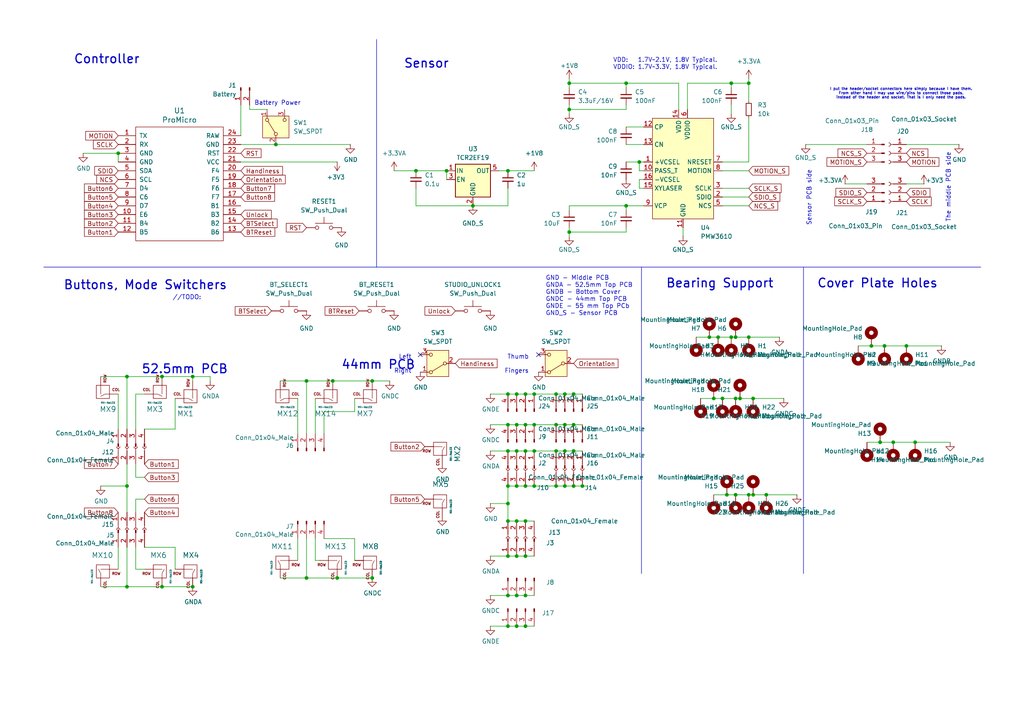
<source format=kicad_sch>
(kicad_sch (version 20250114) (generator "eeschema") (generator_version "9.0")
  (paper "A4")
  (text "//TODO:\n" (at 50.038 86.36 0) (effects (font (size 1.27 1.27)) (justify left)))
  (text "VDD:   1.7V~2.1V, 1.8V Typical.\nVDDIO: 1.7V~3.3V, 1.8V Typical." (at 177.8 20.32 0) (effects (font (size 1.27 1.27)) (justify left bottom)))
  (text "Battery Power" (at 80.518 29.972 0) (effects (font (size 1.27 1.27))))
  (text "I put the header/socket connectors here simply because I have them.\nFrom other hand I may use wire/pins to connect those pads,\ninstead of the header and socket. That is I only need the pads." (at 261.366 27.178 0) (effects (font (size 0.762 0.762))))
  (text "Cover Plate Holes" (at 254.508 82.296 0) (effects (font (size 2.54 2.54) (thickness 0.3556) (bold yes))))
  (text "GND - Middle PCB \nGNDA - 52.5mm Top PCB\nGNDB - Bottom Cover\nGNDC - 44mm Top PCB\nGNDE - 55 mm Top PCb\nGND_S - Sensor PCB" (at 158.242 85.852 0) (effects (font (size 1.27 1.27)) (justify left)))
  (text "The middle PCB side" (at 275.082 54.356 90) (effects (font (size 1.27 1.27))))
  (text "Sensor PCB side" (at 234.696 57.404 90) (effects (font (size 1.27 1.27))))
  (text "44mm PCB" (at 109.728 105.918 0) (effects (font (size 2.54 2.54) (thickness 0.3556) (bold yes))))
  (text "Thumb\n\nFingers" (at 153.416 105.664 0) (effects (font (size 1.27 1.27)) (justify right)))
  (text "52.5mm PCB" (at 53.594 107.188 0) (effects (font (size 2.54 2.54) (thickness 0.3556) (bold yes))))
  (text "Buttons, Mode Switchers" (at 42.164 82.804 0) (effects (font (size 2.54 2.54) (thickness 0.3556) (bold yes))))
  (text "Controller" (at 30.988 17.272 0) (effects (font (size 2.54 2.54) (thickness 0.3556) (bold yes))))
  (text "Bearing Support" (at 208.788 82.296 0) (effects (font (size 2.54 2.54) (thickness 0.3556) (bold yes))))
  (text "55mm PCB" (at -17.526 107.188 0) (effects (font (size 2.54 2.54) (thickness 0.3556) (bold yes))))
  (text "Sensor" (at 123.698 18.542 0) (effects (font (size 2.54 2.54) (thickness 0.3556) (bold yes))))
  (text "Left\n\nRight" (at 119.38 105.664 0) (effects (font (size 1.27 1.27)) (justify right)))
  (junction (at 165.1 24.13))
  (junction (at 97.79 167.64))
  (junction (at 129.54 49.53))
  (junction (at 217.17 24.13))
  (junction (at 147.32 151.13))
  (junction (at 147.32 172.72))
  (junction (at 149.86 123.19))
  (junction (at 152.4 151.13))
  (junction (at 218.44 143.51))
  (junction (at 149.86 140.97))
  (junction (at 154.94 114.3))
  (junction (at 168.91 140.97))
  (junction (at 208.28 97.79))
  (junction (at 217.17 143.51))
  (junction (at 152.4 161.29))
  (junction (at 213.36 97.79))
  (junction (at 152.4 172.72))
  (junction (at 161.29 123.19))
  (junction (at 218.44 115.57))
  (junction (at 96.52 110.49))
  (junction (at 107.95 167.64))
  (junction (at 88.9 167.64))
  (junction (at 163.83 123.19))
  (junction (at 36.83 109.22))
  (junction (at 137.16 59.69))
  (junction (at 154.94 123.19))
  (junction (at 163.83 114.3))
  (junction (at 154.94 130.81))
  (junction (at 149.86 130.81))
  (junction (at 165.1 31.75))
  (junction (at 252.73 100.33))
  (junction (at 152.4 114.3))
  (junction (at 185.42 46.99))
  (junction (at 262.89 100.33))
  (junction (at 147.32 161.29))
  (junction (at -34.29 170.18))
  (junction (at 149.86 114.3))
  (junction (at -15.24 170.18))
  (junction (at 152.4 181.61))
  (junction (at 207.01 115.57))
  (junction (at 161.29 130.81))
  (junction (at 149.86 172.72))
  (junction (at 161.29 140.97))
  (junction (at 212.09 97.79))
  (junction (at 147.32 181.61))
  (junction (at 217.17 97.79))
  (junction (at 163.83 140.97))
  (junction (at 222.25 143.51))
  (junction (at 149.86 151.13))
  (junction (at 255.27 128.27))
  (junction (at 154.94 140.97))
  (junction (at 259.08 128.27))
  (junction (at 147.32 140.97))
  (junction (at 161.29 114.3))
  (junction (at 107.95 110.49))
  (junction (at 147.32 114.3))
  (junction (at 80.01 41.91))
  (junction (at 165.1 67.31))
  (junction (at 152.4 130.81))
  (junction (at 166.37 130.81))
  (junction (at 166.37 114.3))
  (junction (at -34.29 109.22))
  (junction (at -24.13 170.18))
  (junction (at 166.37 123.19))
  (junction (at 152.4 123.19))
  (junction (at 55.88 109.22))
  (junction (at 152.4 140.97))
  (junction (at 210.82 143.51))
  (junction (at 256.54 100.33))
  (junction (at 212.09 24.13))
  (junction (at 36.83 140.97))
  (junction (at 181.61 24.13))
  (junction (at 46.99 170.18))
  (junction (at -15.24 109.22))
  (junction (at 147.32 130.81))
  (junction (at 205.74 97.79))
  (junction (at 163.83 130.81))
  (junction (at 149.86 181.61))
  (junction (at 120.65 49.53))
  (junction (at 147.32 123.19))
  (junction (at 46.99 109.22))
  (junction (at 213.36 115.57))
  (junction (at 181.61 59.69))
  (junction (at 34.29 44.45))
  (junction (at 265.43 128.27))
  (junction (at 88.9 110.49))
  (junction (at 213.36 143.51))
  (junction (at 55.88 170.18))
  (junction (at -24.13 109.22))
  (junction (at 147.32 146.05))
  (junction (at 36.83 170.18))
  (junction (at 166.37 140.97))
  (junction (at 147.32 49.53))
  (junction (at 209.55 115.57))
  (junction (at 214.63 115.57))
  (junction (at 149.86 161.29))
  (no_connect (at 156.21 102.87))
  (no_connect (at 121.92 102.87))
  (wire (pts (xy 36.83 170.18) (xy 46.99 170.18)))
  (wire (pts (xy 165.1 31.75) (xy 181.61 31.75)))
  (wire (pts (xy -31.75 114.3) (xy -31.75 124.46)))
  (wire (pts (xy 144.78 49.53) (xy 147.32 49.53)))
  (wire (pts (xy -41.91 109.22) (xy -34.29 109.22)))
  (wire (pts (xy 181.61 60.96) (xy 181.61 59.69)))
  (wire (pts (xy 36.83 140.97) (xy 36.83 148.59)))
  (wire (pts (xy 81.28 110.49) (xy 88.9 110.49)))
  (wire (pts (xy 205.74 97.79) (xy 208.28 97.79)))
  (wire (pts (xy 137.16 59.69) (xy 147.32 59.69)))
  (wire (pts (xy 69.85 46.99) (xy 97.79 46.99)))
  (wire (pts (xy 41.91 165.1) (xy 39.37 165.1)))
  (wire (pts (xy 29.21 109.22) (xy 36.83 109.22)))
  (wire (pts (xy 161.29 123.19) (xy 163.83 123.19)))
  (wire (pts (xy 181.61 59.69) (xy 186.69 59.69)))
  (wire (pts (xy 149.86 181.61) (xy 152.4 181.61)))
  (wire (pts (xy 142.24 146.05) (xy 147.32 146.05)))
  (wire (pts (xy 181.61 41.91) (xy 186.69 41.91)))
  (wire (pts (xy 142.24 161.29) (xy 147.32 161.29)))
  (wire (pts (xy 34.29 114.3) (xy 34.29 124.46)))
  (wire (pts (xy 120.65 54.61) (xy 120.65 59.69)))
  (wire (pts (xy 41.91 144.78) (xy 39.37 144.78)))
  (wire (pts (xy -34.29 158.75) (xy -34.29 170.18)))
  (wire (pts (xy 166.37 123.19) (xy 168.91 123.19)))
  (wire (pts (xy 97.79 167.64) (xy 107.95 167.64)))
  (wire (pts (xy 41.91 114.3) (xy 39.37 114.3)))
  (wire (pts (xy 212.09 97.79) (xy 213.36 97.79)))
  (wire (pts (xy 222.25 143.51) (xy 231.14 143.51)))
  (polyline (pts (xy 233.045 77.47) (xy 233.045 166.37)))
  (wire (pts (xy 147.32 59.69) (xy 147.32 54.61)))
  (wire (pts (xy 102.87 115.57) (xy 102.87 119.38)))
  (wire (pts (xy 181.61 67.31) (xy 181.61 66.04)))
  (wire (pts (xy 152.4 114.3) (xy 154.94 114.3)))
  (wire (pts (xy 181.61 46.99) (xy 185.42 46.99)))
  (wire (pts (xy 41.91 138.43) (xy 39.37 138.43)))
  (wire (pts (xy 218.44 115.57) (xy 227.33 115.57)))
  (wire (pts (xy -34.29 170.18) (xy -24.13 170.18)))
  (wire (pts (xy 210.82 143.51) (xy 213.36 143.51)))
  (wire (pts (xy 165.1 24.13) (xy 165.1 25.4)))
  (wire (pts (xy 101.6 41.91) (xy 80.01 41.91)))
  (wire (pts (xy 161.29 130.81) (xy 163.83 130.81)))
  (polyline (pts (xy 186.055 77.47) (xy 186.055 166.37)))
  (wire (pts (xy 88.9 156.21) (xy 88.9 167.64)))
  (wire (pts (xy 165.1 33.02) (xy 165.1 31.75)))
  (wire (pts (xy -29.21 165.1) (xy -31.75 165.1)))
  (wire (pts (xy 181.61 24.13) (xy 181.61 25.4)))
  (wire (pts (xy 60.96 109.22) (xy 60.96 110.49)))
  (wire (pts (xy -20.32 124.46) (xy -20.32 115.57)))
  (wire (pts (xy 86.36 115.57) (xy 86.36 125.73)))
  (wire (pts (xy 245.11 53.34) (xy 251.46 53.34)))
  (wire (pts (xy 149.86 140.97) (xy 152.4 140.97)))
  (wire (pts (xy 166.37 114.3) (xy 168.91 114.3)))
  (wire (pts (xy 185.42 49.53) (xy 185.42 46.99)))
  (wire (pts (xy -20.32 158.75) (xy -29.21 158.75)))
  (wire (pts (xy 142.24 114.3) (xy 147.32 114.3)))
  (wire (pts (xy 163.83 130.81) (xy 166.37 130.81)))
  (wire (pts (xy 152.4 140.97) (xy 154.94 140.97)))
  (wire (pts (xy 217.17 24.13) (xy 217.17 29.21)))
  (wire (pts (xy 46.99 170.18) (xy 55.88 170.18)))
  (wire (pts (xy 147.32 172.72) (xy 149.86 172.72)))
  (wire (pts (xy 88.9 110.49) (xy 88.9 125.73)))
  (wire (pts (xy 166.37 140.97) (xy 168.91 140.97)))
  (wire (pts (xy 147.32 49.53) (xy 154.94 49.53)))
  (wire (pts (xy 96.52 110.49) (xy 107.95 110.49)))
  (wire (pts (xy -20.32 124.46) (xy -29.21 124.46)))
  (wire (pts (xy 185.42 46.99) (xy 186.69 46.99)))
  (wire (pts (xy 248.92 100.33) (xy 252.73 100.33)))
  (wire (pts (xy -41.91 170.18) (xy -34.29 170.18)))
  (wire (pts (xy 152.4 181.61) (xy 154.94 181.61)))
  (wire (pts (xy 34.29 158.75) (xy 34.29 165.1)))
  (wire (pts (xy 217.17 22.86) (xy 217.17 24.13)))
  (wire (pts (xy 186.69 54.61) (xy 185.42 54.61)))
  (wire (pts (xy 39.37 144.78) (xy 39.37 148.59)))
  (wire (pts (xy 91.44 156.21) (xy 91.44 162.56)))
  (wire (pts (xy 199.39 24.13) (xy 212.09 24.13)))
  (wire (pts (xy 102.87 156.21) (xy 93.98 156.21)))
  (wire (pts (xy 262.89 100.33) (xy 273.05 100.33)))
  (wire (pts (xy 50.8 124.46) (xy 50.8 115.57)))
  (wire (pts (xy 55.88 109.22) (xy 55.88 110.49)))
  (wire (pts (xy 36.83 109.22) (xy 46.99 109.22)))
  (wire (pts (xy 50.8 124.46) (xy 41.91 124.46)))
  (wire (pts (xy 69.85 41.91) (xy 80.01 41.91)))
  (wire (pts (xy 81.28 167.64) (xy 88.9 167.64)))
  (wire (pts (xy -29.21 114.3) (xy -31.75 114.3)))
  (wire (pts (xy 24.13 44.45) (xy 34.29 44.45)))
  (wire (pts (xy 262.89 41.91) (xy 278.13 41.91)))
  (wire (pts (xy -15.24 109.22) (xy -15.24 110.49)))
  (wire (pts (xy 91.44 162.56) (xy 92.71 162.56)))
  (wire (pts (xy 154.94 140.97) (xy 161.29 140.97)))
  (wire (pts (xy 129.54 49.53) (xy 129.54 52.07)))
  (wire (pts (xy 185.42 54.61) (xy 185.42 52.07)))
  (wire (pts (xy 166.37 130.81) (xy 168.91 130.81)))
  (wire (pts (xy 86.36 156.21) (xy 86.36 162.56)))
  (wire (pts (xy 46.99 109.22) (xy 55.88 109.22)))
  (wire (pts (xy 165.1 67.31) (xy 181.61 67.31)))
  (wire (pts (xy 77.47 31.75) (xy 72.39 31.75)))
  (wire (pts (xy 262.89 53.34) (xy 267.97 53.34)))
  (wire (pts (xy 217.17 57.15) (xy 209.55 57.15)))
  (wire (pts (xy 147.32 140.97) (xy 149.86 140.97)))
  (wire (pts (xy 149.86 130.81) (xy 152.4 130.81)))
  (wire (pts (xy 142.24 172.72) (xy 147.32 172.72)))
  (wire (pts (xy -34.29 109.22) (xy -24.13 109.22)))
  (wire (pts (xy 209.55 49.53) (xy 217.17 49.53)))
  (wire (pts (xy 149.86 151.13) (xy 152.4 151.13)))
  (wire (pts (xy 149.86 172.72) (xy 152.4 172.72)))
  (wire (pts (xy 50.8 158.75) (xy 41.91 158.75)))
  (wire (pts (xy 152.4 151.13) (xy 154.94 151.13)))
  (wire (pts (xy 217.17 54.61) (xy 209.55 54.61)))
  (wire (pts (xy 212.09 30.48) (xy 212.09 33.02)))
  (wire (pts (xy 163.83 114.3) (xy 166.37 114.3)))
  (wire (pts (xy 185.42 52.07) (xy 186.69 52.07)))
  (wire (pts (xy 142.24 123.19) (xy 147.32 123.19)))
  (wire (pts (xy -24.13 170.18) (xy -15.24 170.18)))
  (wire (pts (xy 147.32 130.81) (xy 149.86 130.81)))
  (wire (pts (xy 72.39 31.75) (xy 72.39 30.48)))
  (wire (pts (xy 217.17 46.99) (xy 217.17 34.29)))
  (wire (pts (xy 196.85 24.13) (xy 196.85 31.75)))
  (wire (pts (xy 186.69 49.53) (xy 185.42 49.53)))
  (wire (pts (xy 149.86 114.3) (xy 152.4 114.3)))
  (wire (pts (xy 152.4 172.72) (xy 154.94 172.72)))
  (wire (pts (xy 147.32 161.29) (xy 149.86 161.29)))
  (wire (pts (xy -36.83 158.75) (xy -36.83 165.1)))
  (wire (pts (xy 218.44 143.51) (xy 222.25 143.51)))
  (wire (pts (xy 165.1 67.31) (xy 165.1 66.04)))
  (wire (pts (xy 88.9 110.49) (xy 96.52 110.49)))
  (wire (pts (xy 161.29 140.97) (xy 163.83 140.97)))
  (wire (pts (xy 198.12 68.58) (xy 198.12 66.04)))
  (wire (pts (xy 213.36 143.51) (xy 217.17 143.51)))
  (wire (pts (xy 34.29 46.99) (xy 34.29 44.45)))
  (wire (pts (xy -10.16 109.22) (xy -10.16 110.49)))
  (wire (pts (xy 152.4 123.19) (xy 154.94 123.19)))
  (wire (pts (xy 142.24 130.81) (xy 147.32 130.81)))
  (wire (pts (xy 147.32 140.97) (xy 147.32 146.05)))
  (wire (pts (xy -24.13 109.22) (xy -15.24 109.22)))
  (wire (pts (xy 149.86 123.19) (xy 152.4 123.19)))
  (wire (pts (xy 102.87 156.21) (xy 102.87 162.56)))
  (wire (pts (xy 50.8 158.75) (xy 50.8 165.1)))
  (wire (pts (xy 212.09 24.13) (xy 217.17 24.13)))
  (wire (pts (xy 36.83 158.75) (xy 36.83 170.18)))
  (wire (pts (xy 165.1 22.86) (xy 165.1 24.13)))
  (wire (pts (xy 120.65 59.69) (xy 137.16 59.69)))
  (wire (pts (xy 203.2 115.57) (xy 207.01 115.57)))
  (wire (pts (xy 209.55 46.99) (xy 217.17 46.99)))
  (wire (pts (xy 107.95 110.49) (xy 113.03 110.49)))
  (wire (pts (xy 165.1 24.13) (xy 181.61 24.13)))
  (wire (pts (xy 39.37 138.43) (xy 39.37 134.62)))
  (wire (pts (xy 252.73 100.33) (xy 256.54 100.33)))
  (wire (pts (xy 55.88 109.22) (xy 60.96 109.22)))
  (wire (pts (xy 201.93 97.79) (xy 205.74 97.79)))
  (wire (pts (xy 91.44 115.57) (xy 91.44 125.73)))
  (wire (pts (xy -15.24 109.22) (xy -10.16 109.22)))
  (wire (pts (xy 102.87 119.38) (xy 93.98 119.38)))
  (wire (pts (xy 255.27 128.27) (xy 259.08 128.27)))
  (wire (pts (xy 152.4 130.81) (xy 154.94 130.81)))
  (wire (pts (xy 209.55 115.57) (xy 213.36 115.57)))
  (wire (pts (xy -34.29 124.46) (xy -34.29 109.22)))
  (wire (pts (xy 212.09 24.13) (xy 212.09 25.4)))
  (wire (pts (xy 259.08 128.27) (xy 265.43 128.27)))
  (wire (pts (xy 214.63 115.57) (xy 218.44 115.57)))
  (wire (pts (xy 114.3 49.53) (xy 120.65 49.53)))
  (wire (pts (xy -36.83 114.3) (xy -36.83 124.46)))
  (wire (pts (xy 217.17 59.69) (xy 209.55 59.69)))
  (wire (pts (xy 213.36 115.57) (xy 214.63 115.57)))
  (wire (pts (xy 181.61 36.83) (xy 186.69 36.83)))
  (wire (pts (xy 217.17 143.51) (xy 218.44 143.51)))
  (wire (pts (xy 36.83 124.46) (xy 36.83 109.22)))
  (wire (pts (xy 207.01 143.51) (xy 210.82 143.51)))
  (wire (pts (xy 217.17 97.79) (xy 226.06 97.79)))
  (wire (pts (xy 165.1 68.58) (xy 165.1 67.31)))
  (wire (pts (xy 207.01 115.57) (xy 209.55 115.57)))
  (wire (pts (xy -31.75 165.1) (xy -31.75 158.75)))
  (wire (pts (xy 256.54 100.33) (xy 262.89 100.33)))
  (wire (pts (xy 168.91 140.97) (xy 170.18 140.97)))
  (wire (pts (xy 36.83 134.62) (xy 36.83 140.97)))
  (wire (pts (xy 88.9 167.64) (xy 97.79 167.64)))
  (wire (pts (xy 154.94 130.81) (xy 161.29 130.81)))
  (wire (pts (xy 147.32 114.3) (xy 149.86 114.3)))
  (wire (pts (xy 154.94 123.19) (xy 161.29 123.19)))
  (wire (pts (xy 147.32 146.05) (xy 147.32 151.13)))
  (polyline (pts (xy 12.7 77.47) (xy 284.48 77.47)))
  (wire (pts (xy 165.1 60.96) (xy 165.1 59.69)))
  (wire (pts (xy 208.28 97.79) (xy 212.09 97.79)))
  (wire (pts (xy 149.86 161.29) (xy 152.4 161.29)))
  (wire (pts (xy 69.85 30.48) (xy 69.85 39.37)))
  (wire (pts (xy 233.68 41.91) (xy 251.46 41.91)))
  (wire (pts (xy 161.29 114.3) (xy 163.83 114.3)))
  (wire (pts (xy 142.24 181.61) (xy 147.32 181.61)))
  (wire (pts (xy 213.36 97.79) (xy 217.17 97.79)))
  (wire (pts (xy 29.21 140.97) (xy 36.83 140.97)))
  (wire (pts (xy 93.98 119.38) (xy 93.98 125.73)))
  (wire (pts (xy 152.4 161.29) (xy 154.94 161.29)))
  (wire (pts (xy 147.32 151.13) (xy 149.86 151.13)))
  (wire (pts (xy 251.46 128.27) (xy 255.27 128.27)))
  (wire (pts (xy 120.65 49.53) (xy 129.54 49.53)))
  (wire (pts (xy 181.61 31.75) (xy 181.61 30.48)))
  (wire (pts (xy 29.21 170.18) (xy 36.83 170.18)))
  (wire (pts (xy 147.32 181.61) (xy 149.86 181.61)))
  (polyline (pts (xy 109.22 11.43) (xy 109.22 77.47)))
  (wire (pts (xy 39.37 165.1) (xy 39.37 158.75)))
  (wire (pts (xy 147.32 123.19) (xy 149.86 123.19)))
  (wire (pts (xy 181.61 24.13) (xy 196.85 24.13)))
  (wire (pts (xy 165.1 59.69) (xy 181.61 59.69)))
  (wire (pts (xy 265.43 128.27) (xy 275.59 128.27)))
  (wire (pts (xy 163.83 140.97) (xy 166.37 140.97)))
  (wire (pts (xy 154.94 114.3) (xy 161.29 114.3)))
  (wire (pts (xy -20.32 158.75) (xy -20.32 165.1)))
  (wire (pts (xy 39.37 114.3) (xy 39.37 124.46)))
  (wire (pts (xy 199.39 24.13) (xy 199.39 31.75)))
  (wire (pts (xy 165.1 31.75) (xy 165.1 30.48)))
  (wire (pts (xy 163.83 123.19) (xy 166.37 123.19)))
  (global_label "Button7" (shape input) (at 34.29 134.62 180) (property "Intersheetrefs" "${INTERSHEET_REFS}" (effects (hide yes))))
  (global_label "Button7" (shape input) (at 69.85 54.61 0) (property "Intersheetrefs" "${INTERSHEET_REFS}" (effects (hide yes))))
  (global_label "BTReset" (shape input) (at 104.14 90.17 180) (property "Intersheetrefs" "${INTERSHEET_REFS}" (effects (hide yes))))
  (global_label "BTSelect" (shape input) (at 78.74 90.17 180) (property "Intersheetrefs" "${INTERSHEET_REFS}" (effects (hide yes))))
  (global_label "MOTION" (shape input) (at 262.89 46.99 0) (property "Intersheetrefs" "${INTERSHEET_REFS}" (effects (hide yes))))
  (global_label "Button1" (shape input) (at 34.29 67.31 180) (property "Intersheetrefs" "${INTERSHEET_REFS}" (effects (hide yes))))
  (global_label "RST" (shape input) (at 69.85 44.45 0) (property "Intersheetrefs" "${INTERSHEET_REFS}" (effects (hide yes))))
  (global_label "Handiness" (shape input) (at 69.85 49.53 0) (property "Intersheetrefs" "${INTERSHEET_REFS}" (effects (hide yes))))
  (global_label "SDIO_S" (shape input) (at 217.17 57.15 0) (property "Intersheetrefs" "${INTERSHEET_REFS}" (effects (hide yes))))
  (global_label "Button3" (shape input) (at 34.29 62.23 180) (property "Intersheetrefs" "${INTERSHEET_REFS}" (effects (hide yes))))
  (global_label "MOTION" (shape input) (at 34.29 39.37 180) (property "Intersheetrefs" "${INTERSHEET_REFS}" (effects (hide yes))))
  (global_label "Button6" (shape input) (at 34.29 54.61 180) (property "Intersheetrefs" "${INTERSHEET_REFS}" (effects (hide yes))))
  (global_label "Button1" (shape input) (at 41.91 134.62 0) (property "Intersheetrefs" "${INTERSHEET_REFS}" (effects (hide yes))))
  (global_label "NCS" (shape input) (at 34.29 52.07 180) (property "Intersheetrefs" "${INTERSHEET_REFS}" (effects (hide yes))))
  (global_label "Orientation" (shape input) (at 166.37 105.41 0) (property "Intersheetrefs" "${INTERSHEET_REFS}" (effects (hide yes))))
  (global_label "NCS_S" (shape input) (at 217.17 59.69 0) (property "Intersheetrefs" "${INTERSHEET_REFS}" (effects (hide yes))))
  (global_label "Unlock" (shape input) (at 132.08 90.17 180) (property "Intersheetrefs" "${INTERSHEET_REFS}" (effects (hide yes))))
  (global_label "Button8" (shape input) (at 69.85 57.15 0) (property "Intersheetrefs" "${INTERSHEET_REFS}" (effects (hide yes))))
  (global_label "Button5" (shape input) (at 123.19 144.78 180) (property "Intersheetrefs" "${INTERSHEET_REFS}" (effects (hide yes))))
  (global_label "Orientation" (shape input) (at 69.85 52.07 0) (property "Intersheetrefs" "${INTERSHEET_REFS}" (effects (hide yes))))
  (global_label "SDIO_S" (shape input) (at 251.46 55.88 180) (property "Intersheetrefs" "${INTERSHEET_REFS}" (effects (hide yes))))
  (global_label "NCS" (shape input) (at 262.89 44.45 0) (property "Intersheetrefs" "${INTERSHEET_REFS}" (effects (hide yes))))
  (global_label "SCLK_S" (shape input) (at 217.17 54.61 0) (property "Intersheetrefs" "${INTERSHEET_REFS}" (effects (hide yes))))
  (global_label "NCS_S" (shape input) (at 251.46 44.45 180) (property "Intersheetrefs" "${INTERSHEET_REFS}" (effects (hide yes))))
  (global_label "MOTION_S" (shape input) (at 251.46 46.99 180) (property "Intersheetrefs" "${INTERSHEET_REFS}" (effects (hide yes))))
  (global_label "Button2" (shape input) (at 34.29 64.77 180) (property "Intersheetrefs" "${INTERSHEET_REFS}" (effects (hide yes))))
  (global_label "RST" (shape input) (at 88.9 66.04 180) (property "Intersheetrefs" "${INTERSHEET_REFS}" (effects (hide yes))))
  (global_label "SCLK" (shape input) (at 34.29 41.91 180) (property "Intersheetrefs" "${INTERSHEET_REFS}" (effects (hide yes))))
  (global_label "Button6" (shape input) (at 41.91 144.78 0) (property "Intersheetrefs" "${INTERSHEET_REFS}" (effects (hide yes))))
  (global_label "Handiness" (shape input) (at 132.08 105.41 0) (property "Intersheetrefs" "${INTERSHEET_REFS}" (effects (hide yes))))
  (global_label "Button5" (shape input) (at 34.29 57.15 180) (property "Intersheetrefs" "${INTERSHEET_REFS}" (effects (hide yes))))
  (global_label "MOTION_S" (shape input) (at 217.17 49.53 0) (property "Intersheetrefs" "${INTERSHEET_REFS}" (effects (hide yes))))
  (global_label "SCLK" (shape input) (at 262.89 58.42 0) (property "Intersheetrefs" "${INTERSHEET_REFS}" (effects (hide yes))))
  (global_label "SDIO" (shape input) (at 34.29 49.53 180) (property "Intersheetrefs" "${INTERSHEET_REFS}" (effects (hide yes))))
  (global_label "SDIO" (shape input) (at 262.89 55.88 0) (property "Intersheetrefs" "${INTERSHEET_REFS}" (effects (hide yes))))
  (global_label "Button4" (shape input) (at 34.29 59.69 180) (property "Intersheetrefs" "${INTERSHEET_REFS}" (effects (hide yes))))
  (global_label "SCLK_S" (shape input) (at 251.46 58.42 180) (property "Intersheetrefs" "${INTERSHEET_REFS}" (effects (hide yes))))
  (global_label "BTSelect" (shape input) (at 69.85 64.77 0) (property "Intersheetrefs" "${INTERSHEET_REFS}" (effects (hide yes))))
  (global_label "Button8" (shape input) (at 34.29 148.59 180) (property "Intersheetrefs" "${INTERSHEET_REFS}" (effects (hide yes))))
  (global_label "Unlock" (shape input) (at 69.85 62.23 0) (property "Intersheetrefs" "${INTERSHEET_REFS}" (effects (hide yes))))
  (global_label "BTReset" (shape input) (at 69.85 67.31 0) (property "Intersheetrefs" "${INTERSHEET_REFS}" (effects (hide yes))))
  (global_label "Button2" (shape input) (at 123.19 129.54 180) (property "Intersheetrefs" "${INTERSHEET_REFS}" (effects (hide yes))))
  (global_label "Button4" (shape input) (at 41.91 148.59 0) (property "Intersheetrefs" "${INTERSHEET_REFS}" (effects (hide yes))))
  (global_label "Button3" (shape input) (at 41.91 138.43 0) (property "Intersheetrefs" "${INTERSHEET_REFS}" (effects (hide yes))))
  (symbol (lib_id "promicro:ProMicro") (at 52.07 58.42 0) (unit 1)
    (property "Reference" "U1" (at 52.07 32.0802 0) (effects (font (size 1.524 1.524))))
    (property "Value" "ProMicro" (at 52.07 34.7726 0) (effects (font (size 1.524 1.524))))
    (property "Footprint" "promicro:ProMicro" (effects (hide yes)))
  )
  (symbol (lib_id "MX_Alps_Hybrid:MX-NoLED") (at 54.61 114.3 180) (unit 1)
    (property "Reference" "MX1" (at 53.7718 119.9642 0) (effects (font (size 1.524 1.524))))
    (property "Value" "MX-NoLED" (at 53.7718 118.0846 0) (effects (font (size 0.508 0.508))))
    (property "Footprint" "keyswitches.pretty-master:Kailh_socket_PG1350" (effects (hide yes)))
  )
  (symbol (lib_id "MX_Alps_Hybrid:MX-NoLED") (at 127 130.81 270) (unit 1)
    (property "Reference" "MX2" (at 132.6642 131.6482 0) (effects (font (size 1.524 1.524))))
    (property "Value" "MX-NoLED" (at 130.7846 131.6482 0) (effects (font (size 0.508 0.508))))
    (property "Footprint" "keyswitches.pretty-master:Kailh_socket_PG1350" (effects (hide yes)))
  )
  (symbol (lib_id "MX_Alps_Hybrid:MX-NoLED") (at 45.72 113.03 180) (unit 1)
    (property "Reference" "MX3" (at 44.8818 118.6942 0) (effects (font (size 1.524 1.524))))
    (property "Value" "MX-NoLED" (at 44.8818 116.8146 0) (effects (font (size 0.508 0.508))))
    (property "Footprint" "keyswitches.pretty-master:Kailh_socket_PG1350" (effects (hide yes)))
  )
  (symbol (lib_id "MX_Alps_Hybrid:MX-NoLED") (at 54.61 166.37 270) (unit 1)
    (property "Reference" "MX4" (at 55.372 161.036 90) (effects (font (size 1.524 1.524))))
    (property "Value" "MX-NoLED" (at 58.3946 167.2082 0) (effects (font (size 0.508 0.508))))
    (property "Footprint" "keyswitches.pretty-master:Kailh_socket_PG1350" (effects (hide yes)))
  )
  (symbol (lib_id "MX_Alps_Hybrid:MX-NoLED") (at 127 146.05 270) (unit 1)
    (property "Reference" "MX5" (at 127.762 140.462 90) (effects (font (size 1.524 1.524))))
    (property "Value" "MX-NoLED" (at 130.7846 146.8882 0) (effects (font (size 0.508 0.508))))
    (property "Footprint" "keyswitches.pretty-master:Kailh_socket_PG1350" (effects (hide yes)))
  )
  (symbol (lib_id "Connector:Conn_01x04_Male") (at 149.86 156.21 90) (mirror x) (unit 1)
    (property "Reference" "J3" (at 160.782 157.48 90) (effects (justify left)))
    (property "Value" "Conn_01x04_Male" (effects (hide yes)))
    (property "Footprint" "Connector_PinHeader_2.54mm:PinHeader_1x04_P2.54mm_Vertical" (effects (hide yes)))
  )
  (symbol (lib_id "Connector:Conn_01x04_Male") (at 36.83 153.67 90) (mirror x) (unit 1)
    (property "Reference" "J5" (at 33.1724 155.2448 90) (effects (justify left)))
    (property "Value" "Conn_01x04_Male" (at 33.1724 157.5562 90) (effects (justify left)))
    (property "Footprint" "Connector_PinHeader_2.54mm:PinHeader_1x04_P2.54mm_Vertical" (effects (hide yes)))
  )
  (symbol (lib_id "Connector:Conn_01x04_Male") (at 152.4 135.89 270) (mirror x) (unit 1)
    (property "Reference" "J2" (at 156.0576 134.3152 90) (effects (justify left)))
    (property "Value" "Conn_01x04_Male" (at 156.0576 132.0038 90) (effects (justify left)))
    (property "Footprint" "Connector_PinHeader_2.54mm:PinHeader_1x04_P2.54mm_Vertical" (effects (hide yes)))
  )
  (symbol (lib_id "Connector:Conn_01x04_Male") (at 36.83 129.54 90) (unit 1)
    (property "Reference" "J4" (at 33.1724 127.9652 90) (effects (justify left)))
    (property "Value" "Conn_01x04_Male" (at 33.1724 125.6538 90) (effects (justify left)))
    (property "Footprint" "Connector_PinHeader_2.54mm:PinHeader_1x04_P2.54mm_Vertical" (effects (hide yes)))
  )
  (symbol (lib_id "power:GND") (at 24.13 44.45 0) (unit 1)
    (property "Reference" "#PWR0103" (effects (hide yes)))
    (property "Value" "GND" (at 24.257 48.8442 0))
  )
  (symbol (lib_id "power:+3V3") (at 97.79 46.99 180) (unit 1)
    (property "Reference" "#PWR0104" (effects (hide yes)))
    (property "Value" "+3V3" (at 97.409 51.3842 0))
  )
  (symbol (lib_id "power:GND") (at 101.6 41.91 0) (unit 1)
    (property "Reference" "#PWR0105" (effects (hide yes)))
    (property "Value" "GND" (at 101.727 46.3042 0))
  )
  (symbol (lib_id "Connector:Conn_01x04_Female") (at 152.4 135.89 270) (mirror x) (unit 1)
    (property "Reference" "J10" (at 159.258 141.478 90) (effects (justify right)))
    (property "Value" "Conn_01x04_Female" (at 172.72 138.43 90) (effects (justify right)))
    (property "Footprint" "Connector_PinSocket_2.54mm:PinSocket_1x04_P2.54mm_Vertical" (effects (hide yes)))
  )
  (symbol (lib_id "Connector:Conn_01x04_Female") (at 36.83 129.54 90) (unit 1)
    (property "Reference" "J12" (at 33.0708 131.1148 90) (effects (justify left)))
    (property "Value" "Conn_01x04_Female" (at 33.0708 133.4262 90) (effects (justify left)))
    (property "Footprint" "Connector_PinSocket_2.54mm:PinSocket_1x04_P2.54mm_Vertical" (effects (hide yes)))
  )
  (symbol (lib_id "Connector:Conn_01x04_Female") (at 149.86 156.21 90) (mirror x) (unit 1)
    (property "Reference" "J13" (at 159.004 154.432 90) (effects (justify right)))
    (property "Value" "Conn_01x04_Female" (at 159.766 151.13 90) (effects (justify right)))
    (property "Footprint" "Connector_PinSocket_2.54mm:PinSocket_1x04_P2.54mm_Vertical" (effects (hide yes)))
  )
  (symbol (lib_id "Connector:Conn_01x04_Female") (at 36.83 153.67 90) (mirror x) (unit 1)
    (property "Reference" "J15" (at 33.0708 152.0952 90) (effects (justify left)))
    (property "Value" "Conn_01x04_Female" (at 33.0708 149.7838 90) (effects (justify left)))
    (property "Footprint" "Connector_PinSocket_2.54mm:PinSocket_1x04_P2.54mm_Vertical" (effects (hide yes)))
  )
  (symbol (lib_id "power:GNDA") (at 60.96 110.49 0) (unit 1)
    (property "Reference" "#PWR0108" (effects (hide yes)))
    (property "Value" "GNDA" (at 61.087 114.8842 0))
  )
  (symbol (lib_id "Mechanical:MountingHole_Pad") (at 265.43 130.81 180) (unit 1) (in_bom no)
    (property "Reference" "H16" (at 267.97 130.8099 0) (effects (justify right)))
    (property "Value" "MountingHole_Pad" (at 267.97 133.3499 0) (effects (justify right)))
    (property "Footprint" "MountingHole:MountingHole_3.7mm_Pad" (effects (hide yes)))
    (property "Description" "Mounting Hole with connection" (effects (hide yes)))
  )
  (symbol (lib_id "Connector:Conn_01x03_Socket") (at 257.81 44.45 0) (mirror y) (unit 1)
    (property "Reference" "J20" (at 261.874 38.1 0))
    (property "Value" "Conn_01x03_Socket" (at 267.97 34.544 0))
    (property "Footprint" "Connector_PinSocket_2.54mm:PinSocket_1x03_P2.54mm_Vertical" (effects (hide yes)))
    (property "Description" "Generic connector, single row, 01x03, script generated" (effects (hide yes)))
  )
  (symbol (lib_id "MX_Alps_Hybrid:MX-NoLED") (at 106.68 163.83 270) (unit 1)
    (property "Reference" "MX8" (at 107.442 158.496 90) (effects (font (size 1.524 1.524))))
    (property "Value" "MX-NoLED" (at 110.4646 164.6682 0) (effects (font (size 0.508 0.508))))
    (property "Footprint" "keyswitches.pretty-master:Kailh_socket_PG1350" (effects (hide yes)))
  )
  (symbol (lib_id "power:GNDA") (at -10.16 110.49 0) (unit 1)
    (property "Reference" "#PWR037" (effects (hide yes)))
    (property "Value" "GNDE" (at -10.033 114.8842 0))
  )
  (symbol (lib_id "power:GND") (at 99.06 66.04 0) (unit 1)
    (property "Reference" "#PWR017" (effects (hide yes)))
    (property "Value" "GND" (at 99.06 71.12 0))
    (property "Description" "Power symbol creates a global label with name \"GND\" , ground" (effects (hide yes)))
  )
  (symbol (lib_id "Connector:Conn_01x04_Female") (at 166.37 135.89 270) (mirror x) (unit 1)
    (property "Reference" "J14" (at 173.228 141.478 90) (effects (justify right)))
    (property "Value" "Conn_01x04_Female" (at 186.69 138.43 90) (effects (justify right)))
    (property "Footprint" "Connector_PinSocket_2.54mm:PinSocket_1x04_P2.54mm_Vertical" (effects (hide yes)))
  )
  (symbol (lib_id "Device:C_Small") (at 120.65 52.07 0) (unit 1)
    (property "Reference" "C1" (at 123.19 50.8062 0) (effects (justify left)))
    (property "Value" "0.1u" (at 123.19 53.3462 0) (effects (justify left)))
    (property "Footprint" "Capacitor_SMD:C_0402_1005Metric" (effects (hide yes)))
    (property "Description" "Unpolarized capacitor, small symbol" (effects (hide yes)))
  )
  (symbol (lib_id "Mechanical:MountingHole_Pad") (at 208.28 100.33 180) (unit 1) (in_bom no)
    (property "Reference" "H4" (at 205.74 102.8701 0) (effects (justify left)))
    (property "Value" "MountingHole_Pad" (at 205.74 100.3301 0) (effects (justify left)))
    (property "Footprint" "MountingHole:MountingHole_2.5mm_Pad" (effects (hide yes)))
    (property "Description" "Mounting Hole with connection" (effects (hide yes)))
  )
  (symbol (lib_id "power:+1V8") (at 154.94 49.53 0) (unit 1)
    (property "Reference" "#PWR03" (effects (hide yes)))
    (property "Value" "+1V8" (at 154.94 44.45 0))
    (property "Description" "Power symbol creates a global label with name \"+1V8\"" (effects (hide yes)))
  )
  (symbol (lib_id "Connector:Conn_01x04_Male") (at -34.29 153.67 90) (mirror x) (unit 1)
    (property "Reference" "J23" (at -37.9476 155.2448 90) (effects (justify left)))
    (property "Value" "Conn_01x04_Male" (at -37.9476 157.5562 90) (effects (justify left)))
    (property "Footprint" "Connector_PinHeader_2.54mm:PinHeader_1x04_P2.54mm_Vertical" (effects (hide yes)))
  )
  (symbol (lib_id "power:GNDA") (at 29.21 140.97 0) (unit 1)
    (property "Reference" "#PWR010" (effects (hide yes)))
    (property "Value" "GND" (at 29.337 145.3642 0))
  )
  (symbol (lib_id "Device:R_Small") (at 217.17 31.75 0) (unit 1)
    (property "Reference" "R3" (at 219.71 30.48 0) (effects (justify left)))
    (property "Value" "10k" (at 219.71 33.02 0) (effects (justify left)))
    (property "Footprint" "Resistor_SMD:R_0603_1608Metric" (effects (hide yes)))
    (property "JLCPCB Part #" "C25804" (effects (hide yes)))
    (property "MFR. Part #" "0603WAF1002T5E" (effects (hide yes)))
  )
  (symbol (lib_id "Connector:Conn_01x04_Male") (at 166.37 135.89 270) (mirror x) (unit 1)
    (property "Reference" "J16" (at 170.0276 134.3152 90) (effects (justify left)))
    (property "Value" "Conn_01x04_Male" (at 170.0276 132.0038 90) (effects (justify left)))
    (property "Footprint" "Connector_PinHeader_2.54mm:PinHeader_1x04_P2.54mm_Vertical" (effects (hide yes)))
  )
  (symbol (lib_id "power:GNDA") (at 226.06 97.79 0) (unit 1)
    (property "Reference" "#PWR011" (effects (hide yes)))
    (property "Value" "GNDA" (at 226.187 102.1842 0))
  )
  (symbol (lib_id "power:GND") (at 137.16 59.69 0) (unit 1)
    (property "Reference" "#PWR01" (effects (hide yes)))
    (property "Value" "GND_S" (at 137.16 64.77 0))
    (property "Description" "Power symbol creates a global label with name \"GND\" , ground" (effects (hide yes)))
  )
  (symbol (lib_id "Mechanical:MountingHole_Pad") (at 213.36 95.25 0) (unit 1) (in_bom no)
    (property "Reference" "H6" (at 210.82 95.2501 0) (effects (justify right)))
    (property "Value" "MountingHole_Pad" (at 210.82 92.7101 0) (effects (justify right)))
    (property "Footprint" "MountingHole:MountingHole_2.5mm_Pad" (effects (hide yes)))
    (property "Description" "Mounting Hole with connection" (effects (hide yes)))
  )
  (symbol (lib_id "power:GNDA") (at 142.24 146.05 0) (unit 1)
    (property "Reference" "#PWR012" (effects (hide yes)))
    (property "Value" "GND" (at 142.367 150.4442 0))
  )
  (symbol (lib_id "power:+3.3VA") (at 217.17 22.86 0) (unit 1)
    (property "Reference" "#PWR08" (effects (hide yes)))
    (property "Value" "+3.3VA" (at 217.17 17.78 0))
    (property "Description" "Power symbol creates a global label with name \"+3.3VA\"" (effects (hide yes)))
  )
  (symbol (lib_id "power:GND") (at 198.12 68.58 0) (unit 1)
    (property "Reference" "#PWR07" (effects (hide yes)))
    (property "Value" "GND_S" (at 198.12 72.39 0))
  )
  (symbol (lib_id "power:+1V8") (at 165.1 22.86 0) (unit 1)
    (property "Reference" "#PWR04" (effects (hide yes)))
    (property "Value" "+1V8" (at 165.1 19.05 0))
  )
  (symbol (lib_id "Mechanical:MountingHole_Pad") (at 218.44 140.97 0) (unit 1) (in_bom no)
    (property "Reference" "H25" (at 215.9 140.9701 0) (effects (justify right)))
    (property "Value" "MountingHole_Pad" (at 215.9 138.4301 0) (effects (justify right)))
    (property "Footprint" "MountingHole:MountingHole_2.5mm_Pad" (effects (hide yes)))
    (property "Description" "Mounting Hole with connection" (effects (hide yes)))
  )
  (symbol (lib_id "pmw3610_pcb:PMW3610DM-SUDU") (at 198.12 49.53 0) (unit 1)
    (property "Reference" "U4" (at 203.2 66.04 0) (effects (justify left)))
    (property "Value" "PMW3610" (at 203.2 68.58 0) (effects (justify left)))
    (property "Footprint" "pmw3610_pcb:PMW3610DM-SUDU 16Pin" (effects (hide yes)))
    (property "JLCPCB Part #" "C42442560" (effects (hide yes)))
    (property "MFR. Part #" "PMW3610DM-SUDU" (effects (hide yes)))
  )
  (symbol (lib_id "Mechanical:MountingHole_Pad") (at 213.36 146.05 180) (unit 1) (in_bom no)
    (property "Reference" "H23" (at 210.82 148.5901 0) (effects (justify left)))
    (property "Value" "MountingHole_Pad" (at 210.82 146.0501 0) (effects (justify left)))
    (property "Footprint" "MountingHole:MountingHole_2.5mm_Pad" (effects (hide yes)))
    (property "Description" "Mounting Hole with connection" (effects (hide yes)))
  )
  (symbol (lib_id "Connector:Conn_01x04_Male") (at 166.37 128.27 270) (mirror x) (unit 1)
    (property "Reference" "J11" (at 170.0276 126.6952 90) (effects (justify left)))
    (property "Value" "Conn_01x04_Male" (at 170.0276 124.3838 90) (effects (justify left)))
    (property "Footprint" "Connector_PinHeader_2.54mm:PinHeader_1x04_P2.54mm_Vertical" (effects (hide yes)))
  )
  (symbol (lib_id "power:GNDA") (at 142.24 181.61 0) (unit 1)
    (property "Reference" "#PWR035" (effects (hide yes)))
    (property "Value" "GNDE" (at 142.367 186.0042 0))
  )
  (symbol (lib_id "Mechanical:MountingHole_Pad") (at 256.54 102.87 180) (unit 1) (in_bom no)
    (property "Reference" "H9" (at 254 105.4101 0) (effects (justify left)))
    (property "Value" "MountingHole_Pad" (at 254 102.8701 0) (effects (justify left)))
    (property "Footprint" "MountingHole:MountingHole_3.7mm_Pad" (effects (hide yes)))
    (property "Description" "Mounting Hole with connection" (effects (hide yes)))
  )
  (symbol (lib_id "power:GNDA") (at 128.27 134.62 0) (unit 1)
    (property "Reference" "#PWR02" (effects (hide yes)))
    (property "Value" "GND" (at 128.397 139.0142 0))
  )
  (symbol (lib_id "power:+3.3VA") (at 245.11 53.34 0) (unit 1)
    (property "Reference" "#PWR015" (effects (hide yes)))
    (property "Value" "+3.3VA" (at 240.792 52.324 0))
    (property "Description" "Power symbol creates a global label with name \"+3.3VA\"" (effects (hide yes)))
  )
  (symbol (lib_id "power:GNDA") (at 273.05 100.33 0) (unit 1)
    (property "Reference" "#PWR021" (effects (hide yes)))
    (property "Value" "GNDB" (at 273.177 104.7242 0))
  )
  (symbol (lib_id "MX_Alps_Hybrid:MX-NoLED") (at 82.55 163.83 90) (mirror x) (unit 1)
    (property "Reference" "MX11" (at 81.788 158.496 90) (effects (font (size 1.524 1.524))))
    (property "Value" "MX-NoLED" (at 78.7654 164.6682 0) (effects (font (size 0.508 0.508))))
    (property "Footprint" "keyswitches.pretty-master:Kailh_socket_PG1350" (effects (hide yes)))
  )
  (symbol (lib_id "MX_Alps_Hybrid:MX-NoLED") (at -25.4 113.03 180) (unit 1)
    (property "Reference" "MX17" (at -26.2382 118.6942 0) (effects (font (size 1.524 1.524))))
    (property "Value" "MX-NoLED" (at -26.2382 116.8146 0) (effects (font (size 0.508 0.508))))
    (property "Footprint" "keyswitches.pretty-master:Kailh_socket_PG1350" (effects (hide yes)))
  )
  (symbol (lib_id "Switch:SW_SPDT") (at 127 105.41 180) (unit 1)
    (property "Reference" "SW3" (at 127 96.52 0))
    (property "Value" "SW_SPDT" (at 127 99.06 0))
    (property "Footprint" "KiCad:18252321" (effects (hide yes)))
    (property "Description" "Switch, single pole double throw" (effects (hide yes)))
  )
  (symbol (lib_id "Mechanical:MountingHole_Pad") (at 212.09 100.33 180) (unit 1) (in_bom no)
    (property "Reference" "H5" (at 214.63 100.3299 0) (effects (justify right)))
    (property "Value" "MountingHole_Pad" (at 214.63 102.8699 0) (effects (justify right)))
    (property "Footprint" "MountingHole:MountingHole_2.5mm_Pad" (effects (hide yes)))
    (property "Description" "Mounting Hole with connection" (effects (hide yes)))
  )
  (symbol (lib_id "MX_Alps_Hybrid:MX-NoLED") (at 96.52 163.83 270) (unit 1)
    (property "Reference" "MX13" (at 97.282 158.496 90) (effects (font (size 1.524 1.524))))
    (property "Value" "MX-NoLED" (at 100.3046 164.6682 0) (effects (font (size 0.508 0.508))))
    (property "Footprint" "keyswitches.pretty-master:Kailh_socket_PG1350" (effects (hide yes)))
  )
  (symbol (lib_id "Switch:SW_SPDT") (at 161.29 105.41 180) (unit 1)
    (property "Reference" "SW2" (at 161.29 96.52 0))
    (property "Value" "SW_SPDT" (at 161.29 99.06 0))
    (property "Footprint" "KiCad:18252321" (effects (hide yes)))
    (property "Description" "Switch, single pole double throw" (effects (hide yes)))
  )
  (symbol (lib_id "MX_Alps_Hybrid:MX-NoLED") (at -16.51 114.3 180) (unit 1)
    (property "Reference" "MX19" (at -17.3482 119.9642 0) (effects (font (size 1.524 1.524))))
    (property "Value" "MX-NoLED" (at -17.3482 118.0846 0) (effects (font (size 0.508 0.508))))
    (property "Footprint" "keyswitches.pretty-master:Kailh_socket_PG1350" (effects (hide yes)))
  )
  (symbol (lib_id "Device:C_Small") (at 181.61 39.37 0) (mirror y) (unit 1)
    (property "Reference" "C8" (at 179.07 38.1063 0) (effects (justify left)))
    (property "Value" "100nF" (at 179.07 40.6463 0) (effects (justify left)))
    (property "Footprint" "Capacitor_SMD:C_0402_1005Metric" (effects (hide yes)))
    (property "JLCPCB Part #" "C14663" (effects (hide yes)))
    (property "MFR. Part #" "CC0603KRX7R9BB104" (effects (hide yes)))
  )
  (symbol (lib_id "Switch:SW_Push") (at 109.22 90.17 0) (unit 1)
    (property "Reference" "BT_RESET1" (at 109.22 82.55 0))
    (property "Value" "SW_Push_Dual" (at 109.22 85.09 0))
    (property "Footprint" "Button_Switch_SMD:SW_Push_1P1T_NO_CK_KSC6xxJ" (effects (hide yes)))
    (property "Description" "Push button switch, generic, two pins" (effects (hide yes)))
  )
  (symbol (lib_id "Switch:SW_SPDT") (at 80.01 36.83 90) (unit 1)
    (property "Reference" "SW1" (at 85.09 35.5599 90) (effects (justify right)))
    (property "Value" "SW_SPDT" (at 85.09 38.0999 90) (effects (justify right)))
    (property "Footprint" "KiCad:18252321" (effects (hide yes)))
    (property "Description" "Switch, single pole double throw" (effects (hide yes)))
  )
  (symbol (lib_id "Mechanical:MountingHole_Pad") (at 207.01 113.03 0) (unit 1) (in_bom no)
    (property "Reference" "H18" (at 204.47 113.0301 0) (effects (justify right)))
    (property "Value" "MountingHole_Pad" (at 204.47 110.4901 0) (effects (justify right)))
    (property "Footprint" "MountingHole:MountingHole_2.5mm_Pad" (effects (hide yes)))
    (property "Description" "Mounting Hole with connection" (effects (hide yes)))
  )
  (symbol (lib_id "MX_Alps_Hybrid:MX-NoLED") (at 82.55 114.3 0) (mirror x) (unit 1)
    (property "Reference" "MX12" (at 83.3882 119.9642 0) (effects (font (size 1.524 1.524))))
    (property "Value" "MX-NoLED" (at 83.3882 118.0846 0) (effects (font (size 0.508 0.508))))
    (property "Footprint" "keyswitches.pretty-master:Kailh_socket_PG1350" (effects (hide yes)))
  )
  (symbol (lib_id "power:GNDA") (at 55.88 170.18 0) (unit 1)
    (property "Reference" "#PWR029" (effects (hide yes)))
    (property "Value" "GNDA" (at 56.007 174.5742 0))
  )
  (symbol (lib_id "power:GNDA") (at 231.14 143.51 0) (unit 1)
    (property "Reference" "#PWR034" (effects (hide yes)))
    (property "Value" "GNDE" (at 231.267 147.9042 0))
  )
  (symbol (lib_id "MX_Alps_Hybrid:MX-NoLED") (at 30.48 166.37 90) (mirror x) (unit 1)
    (property "Reference" "MX10" (at 29.718 161.036 90) (effects (font (size 1.524 1.524))))
    (property "Value" "MX-NoLED" (at 26.6954 167.2082 0) (effects (font (size 0.508 0.508))))
    (property "Footprint" "keyswitches.pretty-master:Kailh_socket_PG1350" (effects (hide yes)))
  )
  (symbol (lib_id "Switch:SW_Push") (at 137.16 90.17 0) (unit 1)
    (property "Reference" "STUDIO_UNLOCK1" (at 137.16 82.55 0))
    (property "Value" "SW_Push_Dual" (at 137.16 85.09 0))
    (property "Footprint" "Button_Switch_SMD:SW_Push_1P1T_NO_CK_KSC6xxJ" (effects (hide yes)))
    (property "Description" "Push button switch, generic, two pins" (effects (hide yes)))
  )
  (symbol (lib_id "MX_Alps_Hybrid:MX-NoLED") (at 95.25 114.3 180) (unit 1)
    (property "Reference" "MX14" (at 94.4118 119.9642 0) (effects (font (size 1.524 1.524))))
    (property "Value" "MX-NoLED" (at 94.4118 118.0846 0) (effects (font (size 0.508 0.508))))
    (property "Footprint" "keyswitches.pretty-master:Kailh_socket_PG1350" (effects (hide yes)))
  )
  (symbol (lib_id "Device:C_Small") (at 165.1 63.5 0) (mirror y) (unit 1)
    (property "Reference" "C3" (at 162.56 62.2363 0) (effects (justify left)))
    (property "Value" "10uF" (at 162.56 64.7763 0) (effects (justify left)))
    (property "Footprint" "Capacitor_SMD:C_0402_1005Metric" (effects (hide yes)))
    (property "JLCPCB Part #" "C15850" (effects (hide yes)))
    (property "MFR. Part #" "CL21A106KAYNNNE" (effects (hide yes)))
  )
  (symbol (lib_id "power:GND") (at 165.1 33.02 0) (unit 1)
    (property "Reference" "#PWR05" (effects (hide yes)))
    (property "Value" "GND_S" (at 165.1 36.83 0))
  )
  (symbol (lib_id "Connector:Conn_01x04_Male") (at 166.37 119.38 270) (mirror x) (unit 1)
    (property "Reference" "J25" (at 170.0276 117.8052 90) (effects (justify left)))
    (property "Value" "Conn_01x04_Male" (at 170.0276 115.4938 90) (effects (justify left)))
    (property "Footprint" "Connector_PinHeader_2.54mm:PinHeader_1x04_P2.54mm_Vertical" (effects (hide yes)))
  )
  (symbol (lib_id "power:GND") (at 156.21 107.95 0) (unit 1)
    (property "Reference" "#PWR018" (effects (hide yes)))
    (property "Value" "GND" (at 156.337 112.3442 0))
  )
  (symbol (lib_id "Mechanical:MountingHole_Pad") (at 251.46 130.81 180) (unit 1) (in_bom no)
    (property "Reference" "H12" (at 254 130.8099 0) (effects (justify right)))
    (property "Value" "MountingHole_Pad" (at 254 133.3499 0) (effects (justify right)))
    (property "Footprint" "MountingHole:MountingHole_3.7mm_Pad" (effects (hide yes)))
    (property "Description" "Mounting Hole with connection" (effects (hide yes)))
  )
  (symbol (lib_id "power:+3.3VA") (at 114.3 49.53 0) (unit 1)
    (property "Reference" "#PWR09" (effects (hide yes)))
    (property "Value" "+3.3VA" (at 114.3 44.45 0))
    (property "Description" "Power symbol creates a global label with name \"+3.3VA\"" (effects (hide yes)))
  )
  (symbol (lib_id "Mechanical:MountingHole_Pad") (at 222.25 146.05 180) (unit 1) (in_bom no)
    (property "Reference" "H26" (at 224.79 146.0499 0) (effects (justify right)))
    (property "Value" "MountingHole_Pad" (at 224.79 148.5899 0) (effects (justify right)))
    (property "Footprint" "MountingHole:MountingHole_2.5mm_Pad" (effects (hide yes)))
    (property "Description" "Mounting Hole with connection" (effects (hide yes)))
  )
  (symbol (lib_id "power:GNDA") (at -15.24 170.18 0) (unit 1)
    (property "Reference" "#PWR036" (effects (hide yes)))
    (property "Value" "GNDE" (at -15.113 174.5742 0))
  )
  (symbol (lib_id "power:GND") (at 165.1 68.58 0) (unit 1)
    (property "Reference" "#PWR06" (effects (hide yes)))
    (property "Value" "GND_S" (at 165.1 72.39 0))
  )
  (symbol (lib_id "Mechanical:MountingHole_Pad") (at 218.44 118.11 180) (unit 1) (in_bom no)
    (property "Reference" "H22" (at 220.98 118.1099 0) (effects (justify right)))
    (property "Value" "MountingHole_Pad" (at 220.98 120.6499 0) (effects (justify right)))
    (property "Footprint" "MountingHole:MountingHole_2.5mm_Pad" (effects (hide yes)))
    (property "Description" "Mounting Hole with connection" (effects (hide yes)))
  )
  (symbol (lib_id "MX_Alps_Hybrid:MX-NoLED") (at -40.64 113.03 0) (mirror x) (unit 1)
    (property "Reference" "MX15" (at -39.8018 118.6942 0) (effects (font (size 1.524 1.524))))
    (property "Value" "MX-NoLED" (at -39.8018 116.8146 0) (effects (font (size 0.508 0.508))))
    (property "Footprint" "keyswitches.pretty-master:Kailh_socket_PG1350" (effects (hide yes)))
  )
  (symbol (lib_id "Mechanical:MountingHole_Pad") (at 209.55 118.11 180) (unit 1) (in_bom no)
    (property "Reference" "H19" (at 207.01 120.6501 0) (effects (justify left)))
    (property "Value" "MountingHole_Pad" (at 207.01 118.1101 0) (effects (justify left)))
    (property "Footprint" "MountingHole:MountingHole_2.5mm_Pad" (effects (hide yes)))
    (property "Description" "Mounting Hole with connection" (effects (hide yes)))
  )
  (symbol (lib_id "power:GNDA") (at 142.24 130.81 0) (unit 1)
    (property "Reference" "#PWR020" (effects (hide yes)))
    (property "Value" "GNDA" (at 142.367 135.2042 0))
  )
  (symbol (lib_id "MX_Alps_Hybrid:MX-NoLED") (at 45.72 166.37 270) (unit 1)
    (property "Reference" "MX6" (at 45.974 161.036 90) (effects (font (size 1.524 1.524))))
    (property "Value" "MX-NoLED" (at 49.5046 167.2082 0) (effects (font (size 0.508 0.508))))
    (property "Footprint" "keyswitches.pretty-master:Kailh_socket_PG1350" (effects (hide yes)))
  )
  (symbol (lib_id "Mechanical:MountingHole_Pad") (at 217.17 146.05 180) (unit 1) (in_bom no)
    (property "Reference" "H24" (at 219.71 146.0499 0) (effects (justify right)))
    (property "Value" "MountingHole_Pad" (at 219.71 148.5899 0) (effects (justify right)))
    (property "Footprint" "MountingHole:MountingHole_2.5mm_Pad" (effects (hide yes)))
    (property "Description" "Mounting Hole with connection" (effects (hide yes)))
  )
  (symbol (lib_id "MX_Alps_Hybrid:MX-NoLED") (at -25.4 166.37 270) (unit 1)
    (property "Reference" "MX18" (at -25.146 161.036 90) (effects (font (size 1.524 1.524))))
    (property "Value" "MX-NoLED" (at -21.6154 167.2082 0) (effects (font (size 0.508 0.508))))
    (property "Footprint" "keyswitches.pretty-master:Kailh_socket_PG1350" (effects (hide yes)))
  )
  (symbol (lib_id "Connector:Conn_01x04_Male") (at -34.29 129.54 90) (unit 1)
    (property "Reference" "J22" (at -37.9476 127.9652 90) (effects (justify left)))
    (property "Value" "Conn_01x04_Male" (at -37.9476 125.6538 90) (effects (justify left)))
    (property "Footprint" "Connector_PinHeader_2.54mm:PinHeader_1x04_P2.54mm_Vertical" (effects (hide yes)))
  )
  (symbol (lib_id "Connector:Conn_01x04_Male") (at 88.9 130.81 90) (unit 1)
    (property "Reference" "J6" (at 85.2424 129.2352 90) (effects (justify left)))
    (property "Value" "Conn_01x04_Male" (at 85.2424 126.9238 90) (effects (justify left)))
    (property "Footprint" "Connector_PinHeader_2.54mm:PinHeader_1x04_P2.54mm_Vertical" (effects (hide yes)))
  )
  (symbol (lib_id "Device:C_Small") (at 181.61 27.94 0) (unit 1)
    (property "Reference" "C5" (at 184.15 26.6763 0) (effects (justify left)))
    (property "Value" "100nF" (at 184.15 29.2163 0) (effects (justify left)))
    (property "Footprint" "Capacitor_SMD:C_0402_1005Metric" (effects (hide yes)))
    (property "JLCPCB Part #" "C14663" (effects (hide yes)))
    (property "MFR. Part #" "CC0603KRX7R9BB104" (effects (hide yes)))
  )
  (symbol (lib_id "Connector:Conn_01x04_Male") (at 149.86 176.53 90) (mirror x) (unit 1)
    (property "Reference" "J17" (at 160.782 177.8 90) (effects (justify left)))
    (property "Value" "Conn_01x04_Male" (effects (hide yes)))
    (property "Footprint" "Connector_PinHeader_2.54mm:PinHeader_1x04_P2.54mm_Vertical" (effects (hide yes)))
  )
  (symbol (lib_id "Connector:Conn_01x04_Male") (at 88.9 151.13 90) (mirror x) (unit 1)
    (property "Reference" "J7" (at 85.2424 152.7048 90) (effects (justify left)))
    (property "Value" "Conn_01x04_Male" (at 85.2424 155.0162 90) (effects (justify left)))
    (property "Footprint" "Connector_PinHeader_2.54mm:PinHeader_1x04_P2.54mm_Vertical" (effects (hide yes)))
  )
  (symbol (lib_id "Connector:Conn_01x04_Male") (at 152.4 119.38 270) (mirror x) (unit 1)
    (property "Reference" "J24" (at 156.0576 117.8052 90) (effects (justify left)))
    (property "Value" "Conn_01x04_Male" (at 156.0576 115.4938 90) (effects (justify left)))
    (property "Footprint" "Connector_PinHeader_2.54mm:PinHeader_1x04_P2.54mm_Vertical" (effects (hide yes)))
  )
  (symbol (lib_id "power:GNDA") (at 128.27 149.86 0) (unit 1)
    (property "Reference" "#PWR025" (effects (hide yes)))
    (property "Value" "GND" (at 128.397 154.2542 0))
  )
  (symbol (lib_id "Mechanical:MountingHole_Pad") (at 262.89 102.87 180) (unit 1) (in_bom no)
    (property "Reference" "H11" (at 265.43 102.8699 0) (effects (justify right)))
    (property "Value" "MountingHole_Pad" (at 265.43 105.4099 0) (effects (justify right)))
    (property "Footprint" "MountingHole:MountingHole_3.7mm_Pad" (effects (hide yes)))
    (property "Description" "Mounting Hole with connection" (effects (hide yes)))
  )
  (symbol (lib_id "power:GNDA") (at 107.95 167.64 0) (unit 1)
    (property "Reference" "#PWR024" (effects (hide yes)))
    (property "Value" "GNDC" (at 108.077 172.0342 0))
  )
  (symbol (lib_id "Mechanical:MountingHole_Pad") (at 213.36 118.11 180) (unit 1) (in_bom no)
    (property "Reference" "H20" (at 215.9 118.1099 0) (effects (justify right)))
    (property "Value" "MountingHole_Pad" (at 215.9 120.6499 0) (effects (justify right)))
    (property "Footprint" "MountingHole:MountingHole_2.5mm_Pad" (effects (hide yes)))
    (property "Description" "Mounting Hole with connection" (effects (hide yes)))
  )
  (symbol (lib_id "Connector:Conn_01x02_Pin") (at 69.85 25.4 90) (mirror x) (unit 1)
    (property "Reference" "J1" (at 68.58 24.7649 90) (effects (justify left)))
    (property "Value" "Battery" (at 68.58 27.3049 90) (effects (justify left)))
    (property "Footprint" "Connector_PinHeader_2.54mm:PinHeader_1x02_P2.54mm_Vertical" (effects (hide yes)))
    (property "Description" "Generic connector, single row, 01x02, script generated" (effects (hide yes)))
  )
  (symbol (lib_id "power:GNDA") (at 275.59 128.27 0) (unit 1)
    (property "Reference" "#PWR022" (effects (hide yes)))
    (property "Value" "GND" (at 275.717 132.6642 0))
  )
  (symbol (lib_id "power:GNDA") (at 113.03 110.49 0) (unit 1)
    (property "Reference" "#PWR023" (effects (hide yes)))
    (property "Value" "GNDC" (at 113.157 114.8842 0))
  )
  (symbol (lib_id "Mechanical:MountingHole_Pad") (at 210.82 140.97 0) (unit 1) (in_bom no)
    (property "Reference" "H15" (at 208.28 140.9701 0) (effects (justify right)))
    (property "Value" "MountingHole_Pad" (at 208.28 138.4301 0) (effects (justify right)))
    (property "Footprint" "MountingHole:MountingHole_2.5mm_Pad" (effects (hide yes)))
    (property "Description" "Mounting Hole with connection" (effects (hide yes)))
  )
  (symbol (lib_id "MX_Alps_Hybrid:MX-NoLED") (at -16.51 166.37 270) (unit 1)
    (property "Reference" "MX20" (at -15.748 161.036 90) (effects (font (size 1.524 1.524))))
    (property "Value" "MX-NoLED" (at -12.7254 167.2082 0) (effects (font (size 0.508 0.508))))
    (property "Footprint" "keyswitches.pretty-master:Kailh_socket_PG1350" (effects (hide yes)))
  )
  (symbol (lib_id "Device:C_Small") (at 212.09 27.94 0) (mirror y) (unit 1)
    (property "Reference" "C6" (at 209.55 26.6763 0) (effects (justify left)))
    (property "Value" "100nF" (at 209.55 29.2163 0) (effects (justify left)))
    (property "Footprint" "Capacitor_SMD:C_0402_1005Metric" (effects (hide yes)))
    (property "JLCPCB Part #" "C14663" (effects (hide yes)))
    (property "MFR. Part #" "CC0603KRX7R9BB104" (effects (hide yes)))
  )
  (symbol (lib_id "Mechanical:MountingHole_Pad") (at 203.2 118.11 180) (unit 1) (in_bom no)
    (property "Reference" "H17" (at 205.74 118.1099 0) (effects (justify right)))
    (property "Value" "MountingHole_Pad" (at 205.74 120.6499 0) (effects (justify right)))
    (property "Footprint" "MountingHole:MountingHole_2.5mm_Pad" (effects (hide yes)))
    (property "Description" "Mounting Hole with connection" (effects (hide yes)))
  )
  (symbol (lib_id "power:GND") (at 121.92 107.95 0) (unit 1)
    (property "Reference" "#PWR028" (effects (hide yes)))
    (property "Value" "GND" (at 122.047 112.3442 0))
  )
  (symbol (lib_id "Mechanical:MountingHole_Pad") (at 217.17 100.33 180) (unit 1) (in_bom no)
    (property "Reference" "H1" (at 219.71 100.3299 0) (effects (justify right)))
    (property "Value" "MountingHole_Pad" (at 219.71 102.8699 0) (effects (justify right)))
    (property "Footprint" "MountingHole:MountingHole_2.5mm_Pad" (effects (hide yes)))
    (property "Description" "Mounting Hole with connection" (effects (hide yes)))
  )
  (symbol (lib_id "Mechanical:MountingHole_Pad") (at 252.73 97.79 0) (unit 1) (in_bom no)
    (property "Reference" "H8" (at 250.19 97.7901 0) (effects (justify right)))
    (property "Value" "MountingHole_Pad" (at 250.19 95.2501 0) (effects (justify right)))
    (property "Footprint" "MountingHole:MountingHole_3.7mm_Pad" (effects (hide yes)))
    (property "Description" "Mounting Hole with connection" (effects (hide yes)))
  )
  (symbol (lib_id "Device:C_Small") (at 147.32 52.07 0) (unit 1)
    (property "Reference" "C2" (at 149.86 50.8062 0) (effects (justify left)))
    (property "Value" "1u" (at 149.86 53.3462 0) (effects (justify left)))
    (property "Footprint" "Capacitor_SMD:C_0402_1005Metric" (effects (hide yes)))
    (property "Description" "Unpolarized capacitor, small symbol" (effects (hide yes)))
  )
  (symbol (lib_id "Switch:SW_Push") (at 83.82 90.17 0) (unit 1)
    (property "Reference" "BT_SELECT1" (at 83.82 82.55 0))
    (property "Value" "SW_Push_Dual" (at 83.82 85.09 0))
    (property "Footprint" "Button_Switch_SMD:SW_Push_1P1T_NO_CK_KSC6xxJ" (effects (hide yes)))
    (property "Description" "Push button switch, generic, two pins" (effects (hide yes)))
  )
  (symbol (lib_id "power:GND") (at 181.61 52.07 0) (unit 1)
    (property "Reference" "#PWR0102" (effects (hide yes)))
    (property "Value" "GND_S" (at 181.61 55.88 0))
  )
  (symbol (lib_id "Device:C_Small") (at 165.1 27.94 0) (unit 1)
    (property "Reference" "C4" (at 167.64 26.6763 0) (effects (justify left)))
    (property "Value" "3.3uF/16V" (at 167.64 29.2163 0) (effects (justify left)))
    (property "Footprint" "Capacitor_SMD:C_0805_2012Metric" (effects (hide yes)))
    (property "JLCPCB Part #" "C7393948" (effects (hide yes)))
    (property "MFR. Part #" "TCC0805X7R335K250FT" (effects (hide yes)))
  )
  (symbol (lib_id "power:GND") (at 114.3 90.17 0) (unit 1)
    (property "Reference" "#PWR031" (effects (hide yes)))
    (property "Value" "GND" (at 114.3 95.25 0))
    (property "Description" "Power symbol creates a global label with name \"GND\" , ground" (effects (hide yes)))
  )
  (symbol (lib_id "Connector:Conn_01x03_Pin") (at 256.54 55.88 180) (unit 1)
    (property "Reference" "J19" (at 250.952 61.468 0) (effects (justify right)))
    (property "Value" "Conn_01x03_Pin" (at 240.284 65.532 0) (effects (justify right)))
    (property "Footprint" "Connector_PinHeader_2.54mm:PinHeader_1x03_P2.54mm_Vertical" (effects (hide yes)))
    (property "Description" "Generic connector, single row, 01x03, script generated" (effects (hide yes)))
  )
  (symbol (lib_id "MX_Alps_Hybrid:MX-NoLED") (at 30.48 113.03 0) (mirror x) (unit 1)
    (property "Reference" "MX9" (at 31.3182 118.6942 0) (effects (font (size 1.524 1.524))))
    (property "Value" "MX-NoLED" (at 31.3182 116.8146 0) (effects (font (size 0.508 0.508))))
    (property "Footprint" "keyswitches.pretty-master:Kailh_socket_PG1350" (effects (hide yes)))
  )
  (symbol (lib_id "power:GND") (at 278.13 41.91 0) (unit 1)
    (property "Reference" "#PWR014" (effects (hide yes)))
    (property "Value" "GND" (at 278.257 46.3042 0))
  )
  (symbol (lib_id "Device:C_Small") (at 181.61 63.5 0) (mirror y) (unit 1)
    (property "Reference" "C7" (at 179.07 62.2363 0) (effects (justify left)))
    (property "Value" "10nF" (at 179.07 64.7763 0) (effects (justify left)))
    (property "Footprint" "Capacitor_SMD:C_0402_1005Metric" (effects (hide yes)))
    (property "JLCPCB Part #" "C57112" (effects (hide yes)))
    (property "MFR. Part #" "0603B103K500NT" (effects (hide yes)))
  )
  (symbol (lib_id "MX_Alps_Hybrid:MX-NoLED") (at 106.68 114.3 180) (unit 1)
    (property "Reference" "MX7" (at 105.8418 119.9642 0) (effects (font (size 1.524 1.524))))
    (property "Value" "MX-NoLED" (at 105.8418 118.0846 0) (effects (font (size 0.508 0.508))))
    (property "Footprint" "keyswitches.pretty-master:Kailh_socket_PG1350" (effects (hide yes)))
  )
  (symbol (lib_id "Connector:Conn_01x03_Pin") (at 256.54 44.45 0) (mirror y) (unit 1)
    (property "Reference" "J18" (at 251.46 37.592 0))
    (property "Value" "Conn_01x03_Pin" (at 247.142 35.052 0))
    (property "Footprint" "Connector_PinHeader_2.54mm:PinHeader_1x03_P2.54mm_Vertical" (effects (hide yes)))
    (property "Description" "Generic connector, single row, 01x03, script generated" (effects (hide yes)))
  )
  (symbol (lib_id "Connector:Conn_01x04_Male") (at 152.4 128.27 270) (mirror x) (unit 1)
    (property "Reference" "J9" (at 156.0576 126.6952 90) (effects (justify left)))
    (property "Value" "Conn_01x04_Male" (at 156.0576 124.3838 90) (effects (justify left)))
    (property "Footprint" "Connector_PinHeader_2.54mm:PinHeader_1x04_P2.54mm_Vertical" (effects (hide yes)))
  )
  (symbol (lib_id "Connector:Conn_01x03_Socket") (at 257.81 55.88 180) (unit 1)
    (property "Reference" "J21" (at 261.62 61.722 0))
    (property "Value" "Conn_01x03_Socket" (at 267.97 65.786 0))
    (property "Footprint" "Connector_PinSocket_2.54mm:PinSocket_1x03_P2.54mm_Vertical" (effects (hide yes)))
    (property "Description" "Generic connector, single row, 01x03, script generated" (effects (hide yes)))
  )
  (symbol (lib_id "power:GND") (at 142.24 90.17 0) (unit 1)
    (property "Reference" "#PWR033" (effects (hide yes)))
    (property "Value" "GND" (at 142.24 95.25 0))
    (property "Description" "Power symbol creates a global label with name \"GND\" , ground" (effects (hide yes)))
  )
  (symbol (lib_id "Mechanical:MountingHole_Pad") (at 248.92 102.87 180) (unit 1) (in_bom no)
    (property "Reference" "H2" (at 251.46 102.8699 0) (effects (justify right)))
    (property "Value" "MountingHole_Pad" (at 251.46 105.4099 0) (effects (justify right)))
    (property "Footprint" "MountingHole:MountingHole_3.7mm_Pad" (effects (hide yes)))
    (property "Description" "Mounting Hole with connection" (effects (hide yes)))
  )
  (symbol (lib_id "power:GND") (at 88.9 90.17 0) (unit 1)
    (property "Reference" "#PWR032" (effects (hide yes)))
    (property "Value" "GND" (at 88.9 95.25 0))
    (property "Description" "Power symbol creates a global label with name \"GND\" , ground" (effects (hide yes)))
  )
  (symbol (lib_id "Mechanical:MountingHole_Pad") (at 205.74 95.25 0) (unit 1) (in_bom no)
    (property "Reference" "H7" (at 203.2 95.2501 0) (effects (justify right)))
    (property "Value" "MountingHole_Pad" (at 203.2 92.7101 0) (effects (justify right)))
    (property "Footprint" "MountingHole:MountingHole_2.5mm_Pad" (effects (hide yes)))
    (property "Description" "Mounting Hole with connection" (effects (hide yes)))
  )
  (symbol (lib_id "power:+3V3") (at 267.97 53.34 0) (unit 1)
    (property "Reference" "#PWR016" (effects (hide yes)))
    (property "Value" "+3V3" (at 271.018 52.324 0))
  )
  (symbol (lib_id "power:GNDA") (at 142.24 172.72 0) (unit 1)
    (property "Reference" "#PWR026" (effects (hide yes)))
    (property "Value" "GNDC" (at 142.367 177.1142 0))
  )
  (symbol (lib_id "Regulator_Linear:TLV70218_SOT23-5") (at 137.16 52.07 0) (unit 1)
    (property "Reference" "U3" (at 137.16 43.18 0))
    (property "Value" "TCR2EF19" (at 137.16 45.72 0))
    (property "Footprint" "Package_TO_SOT_SMD:SOT-23-5" (effects (hide yes)))
    (property "Datasheet" "http://www.ti.com/lit/ds/symlink/tlv702.pdf" (effects (hide yes)))
    (property "Description" "300mA Low Dropout Voltage Regulator, Fixed Output 1.8V, SOT-23-5" (effects (hide yes)))
  )
  (symbol (lib_id "MX_Alps_Hybrid:MX-NoLED") (at -40.64 166.37 90) (mirror x) (unit 1)
    (property "Reference" "MX16" (at -41.402 161.036 90) (effects (font (size 1.524 1.524))))
    (property "Value" "MX-NoLED" (at -44.4246 167.2082 0) (effects (font (size 0.508 0.508))))
    (property "Footprint" "keyswitches.pretty-master:Kailh_socket_PG1350" (effects (hide yes)))
  )
  (symbol (lib_id "power:GNDA") (at 227.33 115.57 0) (unit 1)
    (property "Reference" "#PWR030" (effects (hide yes)))
    (property "Value" "GNDC" (at 227.457 119.9642 0))
  )
  (symbol (lib_id "power:GNDA") (at 142.24 123.19 0) (unit 1)
    (property "Reference" "#PWR027" (effects (hide yes)))
    (property "Value" "GNDC" (at 142.367 127.5842 0))
  )
  (symbol (lib_id "Mechanical:MountingHole_Pad") (at 259.08 130.81 180) (unit 1) (in_bom no)
    (property "Reference" "H14" (at 256.54 133.3501 0) (effects (justify left)))
    (property "Value" "MountingHole_Pad" (at 256.54 130.8101 0) (effects (justify left)))
    (property "Footprint" "MountingHole:MountingHole_3.7mm_Pad" (effects (hide yes)))
    (property "Description" "Mounting Hole with connection" (effects (hide yes)))
  )
  (symbol (lib_id "Connector:Conn_01x04_Male") (at 149.86 167.64 90) (mirror x) (unit 1)
    (property "Reference" "J8" (at 160.782 168.91 90) (effects (justify left)))
    (property "Value" "Conn_01x04_Male" (effects (hide yes)))
    (property "Footprint" "Connector_PinHeader_2.54mm:PinHeader_1x04_P2.54mm_Vertical" (effects (hide yes)))
  )
  (symbol (lib_id "power:GNDA") (at 142.24 114.3 0) (unit 1)
    (property "Reference" "#PWR038" (effects (hide yes)))
    (property "Value" "GNDE" (at 142.367 118.6942 0))
  )
  (symbol (lib_id "power:GNDA") (at 142.24 161.29 0) (unit 1)
    (property "Reference" "#PWR019" (effects (hide yes)))
    (property "Value" "GNDA" (at 142.367 165.6842 0))
  )
  (symbol (lib_id "power:GND") (at 233.68 41.91 0) (unit 1)
    (property "Reference" "#PWR013" (effects (hide yes)))
    (property "Value" "GND_S" (at 233.68 45.72 0))
  )
  (symbol (lib_id "Switch:SW_Push") (at 93.98 66.04 0) (unit 1)
    (property "Reference" "RESET1" (at 93.98 58.42 0))
    (property "Value" "SW_Push_Dual" (at 93.98 60.96 0))
    (property "Footprint" "Button_Switch_SMD:SW_Push_1P1T_NO_CK_KSC6xxJ" (effects (hide yes)))
    (property "Description" "Push button switch, generic, two pins" (effects (hide yes)))
  )
  (symbol (lib_id "Mechanical:MountingHole_Pad") (at 214.63 113.03 0) (unit 1) (in_bom no)
    (property "Reference" "H21" (at 212.09 113.0301 0) (effects (justify right)))
    (property "Value" "MountingHole_Pad" (at 212.09 110.4901 0) (effects (justify right)))
    (property "Footprint" "MountingHole:MountingHole_2.5mm_Pad" (effects (hide yes)))
    (property "Description" "Mounting Hole with connection" (effects (hide yes)))
  )
  (symbol (lib_id "Mechanical:MountingHole_Pad") (at 201.93 100.33 180) (unit 1) (in_bom no)
    (property "Reference" "H3" (at 204.47 100.3299 0) (effects (justify right)))
    (property "Value" "MountingHole_Pad" (at 204.47 102.8699 0) (effects (justify right)))
    (property "Footprint" "MountingHole:MountingHole_2.5mm_Pad" (effects (hide yes)))
    (property "Description" "Mounting Hole with connection" (effects (hide yes)))
  )
  (symbol (lib_id "Device:C_Small") (at 181.61 49.53 0) (mirror y) (unit 1)
    (property "Reference" "C9" (at 179.07 48.2663 0) (effects (justify left)))
    (property "Value" "10nF" (at 179.07 50.8063 0) (effects (justify left)))
    (property "Footprint" "Capacitor_SMD:C_0402_1005Metric" (effects (hide yes)))
    (property "JLCPCB Part #" "C57112" (effects (hide yes)))
    (property "MFR. Part #" "0603B103K500NT" (effects (hide yes)))
  )
  (symbol (lib_id "Mechanical:MountingHole_Pad") (at 207.01 146.05 180) (unit 1) (in_bom no)
    (property "Reference" "H10" (at 209.55 146.0499 0) (effects (justify right)))
    (property "Value" "MountingHole_Pad" (at 209.55 148.5899 0) (effects (justify right)))
    (property "Footprint" "MountingHole:MountingHole_2.5mm_Pad" (effects (hide yes)))
    (property "Description" "Mounting Hole with connection" (effects (hide yes)))
  )
  (symbol (lib_id "Mechanical:MountingHole_Pad") (at 255.27 125.73 0) (unit 1) (in_bom no)
    (property "Reference" "H13" (at 252.73 125.7301 0) (effects (justify right)))
    (property "Value" "MountingHole_Pad" (at 252.73 123.1901 0) (effects (justify right)))
    (property "Footprint" "MountingHole:MountingHole_3.7mm_Pad" (effects (hide yes)))
    (property "Description" "Mounting Hole with connection" (effects (hide yes)))
  )
  (symbol (lib_id "power:GND") (at 212.09 33.02 0) (unit 1)
    (property "Reference" "#PWR0101" (effects (hide yes)))
    (property "Value" "GND_S" (at 212.09 36.83 0))
  )
)
</source>
